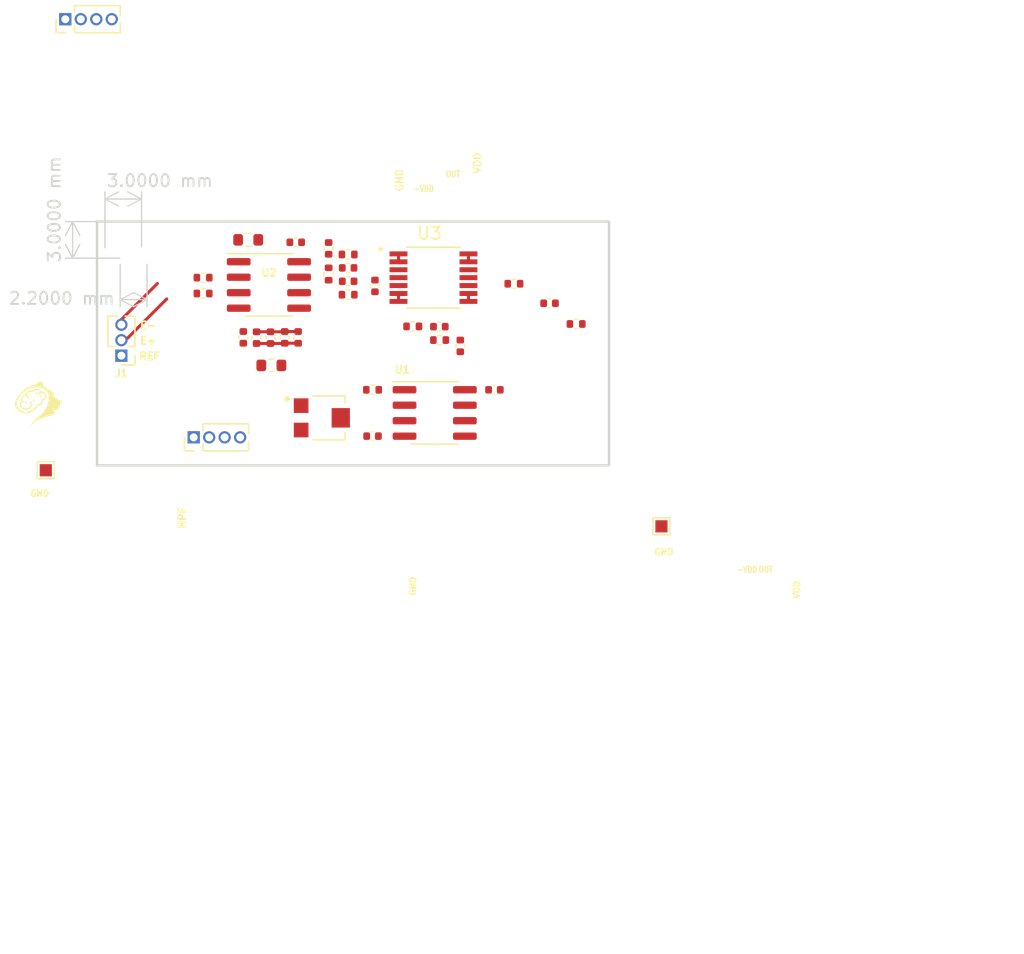
<source format=kicad_pcb>
(kicad_pcb (version 20211014) (generator pcbnew)
  (layers (0 "F.Cu" signal) (31 "B.Cu" signal) (34 "B.Paste" user) (35 "F.Paste" user) (36 "B.SilkS" user "B.Silkscreen") (37 "F.SilkS" user "F.Silkscreen") (38 "B.Mask" user) (39 "F.Mask" user) (44 "Edge.Cuts" user))
  (net 0 "")
  (net 1 "GND")
  (net 2 "VDD")
  (net 3 "SK11")
  (net 4 "SK01")
  (net 5 "SK00")
  (net 6 "-VDD")
  (net 7 "LPF_OUT")
  (net 8 "/HPF_IN")
  (net 9 "HPF_OUT")
  (net 10 "NOTCH_IN")
  (net 11 "Net-(C13-Pad2)")
  (net 12 "Net-(C14-Pad2)")
  (net 13 "NOTCH_OUT")
  (net 14 "E+")
  (net 15 "E-")
  (net 16 "AOUT")
  (net 17 "/IA_IN-")
  (net 18 "/IA_IN+")
  (net 19 "Net-(R5-Pad1)")
  (net 20 "Net-(R5-Pad2)")
  (net 21 "Net-(R7-Pad1)")
  (net 22 "Net-(R7-Pad2)")
  (net 23 "/AMP_OUT")
  (net 24 "AMP_IN")
  (footprint "LOGO" (layer "F.Cu") (at -4.8 15)
    (fp_text reference "G***" hide)
    (fp_text value "LOGO" hide)
  )
  (footprint "Capacitor_SMD:C_0402_1005Metric" (layer "F.Cu") (at 37.12 6.7)
    (fp_text reference "C11" hide)
    (fp_text value "0.1uF")
    (pad "1" smd roundrect locked (at -0.48 0) (size 0.56 0.62) (layers "F.Cu" "F.Paste" "F.Mask") (net 6 "-VDD"))
    (pad "2" smd roundrect locked (at 0.48 0) (size 0.56 0.62) (layers "F.Cu" "F.Paste" "F.Mask") (net 1 "GND"))
  )
  (footprint "TestPoint:TestPoint_Pad_1.0x1.0mm" (layer "F.Cu") (at -4.2 20.4)
    (fp_text reference "TP2" hide)
    (fp_text value "TestPoint")
    (pad "1" smd rect locked (at 0 0) (size 1 1) (layers "F.Cu" "F.Mask") (net 1 "GND"))
  )
  (footprint "Resistor_SMD:R_0402_1005Metric" (layer "F.Cu") (at 28.1 9.72 180)
    (fp_text reference "R4" hide)
    (fp_text value "75R")
    (pad "1" smd roundrect locked (at -0.51 0 180) (size 0.54 0.64) (layers "F.Cu" "F.Paste" "F.Mask") (net 3 "SK11"))
    (pad "2" smd roundrect locked (at 0.51 0 180) (size 0.54 0.64) (layers "F.Cu" "F.Paste" "F.Mask") (net 4 "SK01"))
  )
  (footprint "Capacitor_SMD:C_0402_1005Metric" (layer "F.Cu") (at 12 9.5 90)
    (fp_text reference "C5" hide)
    (fp_text value "0.1uF")
    (pad "1" smd roundrect locked (at -0.48 0 90) (size 0.56 0.62) (layers "F.Cu" "F.Paste" "F.Mask") (net 1 "GND"))
    (pad "2" smd roundrect locked (at 0.48 0 90) (size 0.56 0.62) (layers "F.Cu" "F.Paste" "F.Mask") (net 6 "-VDD"))
  )
  (footprint "AD8619ARUZ-REEL:SOP65P640X120-14N" (layer "F.Cu") (at 27.6 4.6)
    (fp_text reference "U3" (at -0.325 -3.635) (layer "F.SilkS"))
    (fp_text value "AD8619ARUZ-REEL")
    (pad "1" smd roundrect locked (at -2.87 -1.95) (size 1.47 0.41) (layers "F.Cu" "F.Paste" "F.Mask") (roundrect_rratio 0.05) (net 10 "NOTCH_IN"))
    (pad "2" smd roundrect locked (at -2.87 -1.3) (size 1.47 0.41) (layers "F.Cu" "F.Paste" "F.Mask") (roundrect_rratio 0.05) (net 10 "NOTCH_IN"))
    (pad "3" smd roundrect locked (at -2.87 -0.65) (size 1.47 0.41) (layers "F.Cu" "F.Paste" "F.Mask") (roundrect_rratio 0.05) (net 9 "HPF_OUT"))
    (pad "4" smd roundrect locked (at -2.87 0) (size 1.47 0.41) (layers "F.Cu" "F.Paste" "F.Mask") (roundrect_rratio 0.05) (net 2 "VDD"))
    (pad "5" smd roundrect locked (at -2.87 0.65) (size 1.47 0.41) (layers "F.Cu" "F.Paste" "F.Mask") (roundrect_rratio 0.05) (net 13 "NOTCH_OUT"))
    (pad "6" smd roundrect locked (at -2.87 1.3) (size 1.47 0.41) (layers "F.Cu" "F.Paste" "F.Mask") (roundrect_rratio 0.05) (net 5 "SK00"))
    (pad "7" smd roundrect locked (at -2.87 1.95) (size 1.47 0.41) (layers "F.Cu" "F.Paste" "F.Mask") (roundrect_rratio 0.05) (net 5 "SK00"))
    (pad "8" smd roundrect locked (at 2.87 1.95) (size 1.47 0.41) (layers "F.Cu" "F.Paste" "F.Mask") (roundrect_rratio 0.05) (net 7 "LPF_OUT"))
    (pad "9" smd roundrect locked (at 2.87 1.3) (size 1.47 0.41) (layers "F.Cu" "F.Paste" "F.Mask") (roundrect_rratio 0.05) (net 7 "LPF_OUT"))
    (pad "10" smd roundrect locked (at 2.87 0.65) (size 1.47 0.41) (layers "F.Cu" "F.Paste" "F.Mask") (roundrect_rratio 0.05) (net 3 "SK11"))
    (pad "11" smd roundrect locked (at 2.87 0) (size 1.47 0.41) (layers "F.Cu" "F.Paste" "F.Mask") (roundrect_rratio 0.05) (net 6 "-VDD"))
    (pad "12" smd roundrect locked (at 2.87 -0.65) (size 1.47 0.41) (layers "F.Cu" "F.Paste" "F.Mask") (roundrect_rratio 0.05) (net 7 "LPF_OUT"))
    (pad "13" smd roundrect locked (at 2.87 -1.3) (size 1.47 0.41) (layers "F.Cu" "F.Paste" "F.Mask") (roundrect_rratio 0.05) (net 24 "AMP_IN"))
    (pad "14" smd roundrect locked (at 2.87 -1.95) (size 1.47 0.41) (layers "F.Cu" "F.Paste" "F.Mask") (roundrect_rratio 0.05) (net 24 "AMP_IN"))
  )
  (footprint "MountingHole:MountingHole_2.2mm_M2" (layer "F.Cu") (at 8 10)
    (fp_text reference "H1" hide)
    (fp_text value "MountingHole")
    (pad "" np_thru_hole circle locked (at 0 0) (size 2.2 2.2) (drill 2.2) (layers *.Cu *.Mask))
  )
  (footprint "Resistor_SMD:R_0603_1608Metric" (layer "F.Cu") (at 12.4 1.5)
    (fp_text reference "R5" hide)
    (fp_text value "2k2")
    (pad "1" smd roundrect locked (at -0.825 0) (size 0.8 0.95) (layers "F.Cu" "F.Paste" "F.Mask") (net 19 "Net-(R5-Pad1)"))
    (pad "2" smd roundrect locked (at 0.825 0) (size 0.8 0.95) (layers "F.Cu" "F.Paste" "F.Mask") (net 20 "Net-(R5-Pad2)"))
  )
  (footprint "Capacitor_SMD:C_0402_1005Metric" (layer "F.Cu") (at 22.6 17.6)
    (fp_text reference "C2" hide)
    (fp_text value "0.1uF")
    (pad "1" smd roundrect locked (at -0.48 0) (size 0.56 0.62) (layers "F.Cu" "F.Paste" "F.Mask") (net 1 "GND"))
    (pad "2" smd roundrect locked (at 0.48 0) (size 0.56 0.62) (layers "F.Cu" "F.Paste" "F.Mask") (net 6 "-VDD"))
  )
  (footprint "Resistor_SMD:R_0402_1005Metric" (layer "F.Cu") (at 20.6 2.7)
    (fp_text reference "R10" hide)
    (fp_text value "2k7")
    (pad "1" smd roundrect locked (at -0.51 0) (size 0.54 0.64) (layers "F.Cu" "F.Paste" "F.Mask") (net 12 "Net-(C14-Pad2)"))
    (pad "2" smd roundrect locked (at 0.51 0) (size 0.54 0.64) (layers "F.Cu" "F.Paste" "F.Mask") (net 10 "NOTCH_IN"))
  )
  (footprint "Resistor_SMD:R_0402_1005Metric" (layer "F.Cu") (at 34.2 5.1 180)
    (fp_text reference "R9" hide)
    (fp_text value "1k")
    (pad "1" smd roundrect locked (at -0.51 0 180) (size 0.54 0.64) (layers "F.Cu" "F.Paste" "F.Mask") (net 16 "AOUT"))
    (pad "2" smd roundrect locked (at 0.51 0 180) (size 0.54 0.64) (layers "F.Cu" "F.Paste" "F.Mask") (net 23 "/AMP_OUT"))
  )
  (footprint "Capacitor_SMD:C_0402_1005Metric" (layer "F.Cu") (at 15.4 9.5 -90)
    (fp_text reference "C9" hide)
    (fp_text value "10uF")
    (pad "1" smd roundrect locked (at -0.48 0 270) (size 0.56 0.62) (layers "F.Cu" "F.Paste" "F.Mask") (net 8 "/HPF_IN"))
    (pad "2" smd roundrect locked (at 0.48 0 270) (size 0.56 0.62) (layers "F.Cu" "F.Paste" "F.Mask") (net 9 "HPF_OUT"))
  )
  (footprint "MountingHole:MountingHole_2.2mm_M2" (layer "F.Cu") (at 39 17)
    (fp_text reference "H2" hide)
    (fp_text value "MountingHole")
    (pad "" np_thru_hole circle locked (at 0 0) (size 2.2 2.2) (drill 2.2) (layers *.Cu *.Mask))
  )
  (footprint "Capacitor_SMD:C_0402_1005Metric" (layer "F.Cu") (at 14.2285 9.52 -90)
    (fp_text reference "C7" hide)
    (fp_text value "10uF")
    (pad "1" smd roundrect locked (at -0.48 0 270) (size 0.56 0.62) (layers "F.Cu" "F.Paste" "F.Mask") (net 8 "/HPF_IN"))
    (pad "2" smd roundrect locked (at 0.48 0 270) (size 0.56 0.62) (layers "F.Cu" "F.Paste" "F.Mask") (net 9 "HPF_OUT"))
  )
  (footprint "Connector_PinHeader_1.27mm:PinHeader_1x04_P1.27mm_Vertical" (layer "F.Cu") (at -2.6 -16.6 90)
    (fp_text reference "J2" hide)
    (fp_text value "Conn_01x04_Female" hide)
    (pad "1" thru_hole rect locked (at 0 0 90) (size 1 1) (drill 0.65) (layers *.Cu *.Mask) (net 1 "GND"))
    (pad "2" thru_hole oval locked (at 0 1.27 90) (size 1 1) (drill 0.65) (layers *.Cu *.Mask) (net 6 "-VDD"))
    (pad "3" thru_hole oval locked (at 0 2.54 90) (size 1 1) (drill 0.65) (layers *.Cu *.Mask) (net 16 "AOUT"))
    (pad "4" thru_hole oval locked (at 0 3.81 90) (size 1 1) (drill 0.65) (layers *.Cu *.Mask) (net 2 "VDD"))
  )
  (footprint "Capacitor_SMD:C_0402_1005Metric" (layer "F.Cu") (at 32.6 13.8 180)
    (fp_text reference "C1" hide)
    (fp_text value "0.1uF")
    (pad "1" smd roundrect locked (at -0.48 0 180) (size 0.56 0.62) (layers "F.Cu" "F.Paste" "F.Mask") (net 1 "GND"))
    (pad "2" smd roundrect locked (at 0.48 0 180) (size 0.56 0.62) (layers "F.Cu" "F.Paste" "F.Mask") (net 2 "VDD"))
  )
  (footprint "Package_SO:SOIC-8_3.9x4.9mm_P1.27mm" (layer "F.Cu") (at 14.1 5.2)
    (fp_text reference "U2" (at 0 -1) (layer "F.SilkS") (effects (font (size 0.6 0.6))))
    (fp_text value "AD620")
    (pad "1" smd roundrect locked (at -2.475 -1.905) (size 1.95 0.6) (layers "F.Cu" "F.Paste" "F.Mask") (net 19 "Net-(R5-Pad1)"))
    (pad "2" smd roundrect locked (at -2.475 -0.635) (size 1.95 0.6) (layers "F.Cu" "F.Paste" "F.Mask") (net 17 "/IA_IN-"))
    (pad "3" smd roundrect locked (at -2.475 0.635) (size 1.95 0.6) (layers "F.Cu" "F.Paste" "F.Mask") (net 18 "/IA_IN+"))
    (pad "4" smd roundrect locked (at -2.475 1.905) (size 1.95 0.6) (layers "F.Cu" "F.Paste" "F.Mask") (net 6 "-VDD"))
    (pad "5" smd roundrect locked (at 2.475 1.905) (size 1.95 0.6) (layers "F.Cu" "F.Paste" "F.Mask") (net 1 "GND"))
    (pad "6" smd roundrect locked (at 2.475 0.635) (size 1.95 0.6) (layers "F.Cu" "F.Paste" "F.Mask") (net 8 "/HPF_IN"))
    (pad "7" smd roundrect locked (at 2.475 -0.635) (size 1.95 0.6) (layers "F.Cu" "F.Paste" "F.Mask") (net 2 "VDD"))
    (pad "8" smd roundrect locked (at 2.475 -1.905) (size 1.95 0.6) (layers "F.Cu" "F.Paste" "F.Mask") (net 20 "Net-(R5-Pad2)"))
  )
  (footprint "MountingHole:MountingHole_2.2mm_M2" (layer "F.Cu") (at 34 10)
    (fp_text reference "H1" hide)
    (fp_text value "MountingHole")
    (pad "" np_thru_hole circle locked (at 0 0) (size 2.2 2.2) (drill 2.2) (layers *.Cu *.Mask))
  )
  (footprint "MountingHole:MountingHole_2.2mm_M2" (layer "F.Cu") (at 21 10)
    (fp_text reference "H1" hide)
    (fp_text value "MountingHole")
    (pad "" np_thru_hole circle locked (at 0 0) (size 2.2 2.2) (drill 2.2) (layers *.Cu *.Mask))
  )
  (footprint "Resistor_SMD:R_0402_1005Metric" (layer "F.Cu") (at 20.6 6 180)
    (fp_text reference "R13" hide)
    (fp_text value "2k7")
    (pad "1" smd roundrect locked (at -0.51 0 180) (size 0.54 0.64) (layers "F.Cu" "F.Paste" "F.Mask") (net 13 "NOTCH_OUT"))
    (pad "2" smd roundrect locked (at 0.51 0 180) (size 0.54 0.64) (layers "F.Cu" "F.Paste" "F.Mask") (net 12 "Net-(C14-Pad2)"))
  )
  (footprint "Resistor_SMD:R_0402_1005Metric" (layer "F.Cu") (at 19 4.3 90)
    (fp_text reference "R12" hide)
    (fp_text value "1k3")
    (pad "1" smd roundrect locked (at -0.51 0 90) (size 0.54 0.64) (layers "F.Cu" "F.Paste" "F.Mask") (net 11 "Net-(C13-Pad2)"))
    (pad "2" smd roundrect locked (at 0.51 0 90) (size 0.54 0.64) (layers "F.Cu" "F.Paste" "F.Mask") (net 1 "GND"))
  )
  (footprint "MountingHole:MountingHole_2.2mm_M2" (layer "F.Cu") (at 3 17)
    (fp_text reference "H4" hide)
    (fp_text value "MountingHole")
    (pad "" np_thru_hole circle locked (at 0 0) (size 2.2 2.2) (drill 2.2) (layers *.Cu *.Mask))
  )
  (footprint "Capacitor_SMD:C_0402_1005Metric" (layer "F.Cu") (at 20.6 3.8 180)
    (fp_text reference "C13" hide)
    (fp_text value "1uF")
    (pad "1" smd roundrect locked (at -0.48 0 180) (size 0.56 0.62) (layers "F.Cu" "F.Paste" "F.Mask") (net 10 "NOTCH_IN"))
    (pad "2" smd roundrect locked (at 0.48 0 180) (size 0.56 0.62) (layers "F.Cu" "F.Paste" "F.Mask") (net 11 "Net-(C13-Pad2)"))
  )
  (footprint "Capacitor_SMD:C_0402_1005Metric" (layer "F.Cu") (at 22.8 5.28 90)
    (fp_text reference "C12" hide)
    (fp_text value "0.1uF")
    (pad "1" smd roundrect locked (at -0.48 0 90) (size 0.56 0.62) (layers "F.Cu" "F.Paste" "F.Mask") (net 1 "GND"))
    (pad "2" smd roundrect locked (at 0.48 0 90) (size 0.56 0.62) (layers "F.Cu" "F.Paste" "F.Mask") (net 2 "VDD"))
  )
  (footprint "Capacitor_SMD:C_0402_1005Metric" (layer "F.Cu") (at 20.6 4.9)
    (fp_text reference "C15" hide)
    (fp_text value "1uF")
    (pad "1" smd roundrect locked (at -0.48 0) (size 0.56 0.62) (layers "F.Cu" "F.Paste" "F.Mask") (net 11 "Net-(C13-Pad2)"))
    (pad "2" smd roundrect locked (at 0.48 0) (size 0.56 0.62) (layers "F.Cu" "F.Paste" "F.Mask") (net 13 "NOTCH_OUT"))
  )
  (footprint "Connector_PinHeader_1.27mm:PinHeader_1x03_P1.27mm_Vertical" (layer "F.Cu") (at 2 11 180)
    (fp_text reference "J1" (at 0 -1.446 180) (layer "F.SilkS") (effects (font (size 0.6 0.6))))
    (fp_text value "Conn_01x03")
    (pad "1" thru_hole rect locked (at 0 0 180) (size 1 1) (drill 0.65) (layers *.Cu *.Mask) (net 1 "GND"))
    (pad "2" thru_hole oval locked (at 0 1.27 180) (size 1 1) (drill 0.65) (layers *.Cu *.Mask) (net 14 "E+"))
    (pad "3" thru_hole oval locked (at 0 2.54 180) (size 1 1) (drill 0.65) (layers *.Cu *.Mask) (net 15 "E-"))
  )
  (footprint "Resistor_SMD:R_0402_1005Metric" (layer "F.Cu") (at 39.3 8.4)
    (fp_text reference "R11" hide)
    (fp_text value "1k")
    (pad "1" smd roundrect locked (at -0.51 0) (size 0.54 0.64) (layers "F.Cu" "F.Paste" "F.Mask") (net 16 "AOUT"))
    (pad "2" smd roundrect locked (at 0.51 0) (size 0.54 0.64) (layers "F.Cu" "F.Paste" "F.Mask") (net 2 "VDD"))
  )
  (footprint "Resistor_SMD:R_0402_1005Metric" (layer "F.Cu") (at 8.7 4.6)
    (fp_text reference "R1" hide)
    (fp_text value "220k")
    (pad "1" smd roundrect locked (at -0.51 0) (size 0.54 0.64) (layers "F.Cu" "F.Paste" "F.Mask") (net 15 "E-"))
    (pad "2" smd roundrect locked (at 0.51 0) (size 0.54 0.64) (layers "F.Cu" "F.Paste" "F.Mask") (net 17 "/IA_IN-"))
  )
  (footprint "Resistor_SMD:R_0402_1005Metric" (layer "F.Cu") (at 8.7 5.9)
    (fp_text reference "R2" hide)
    (fp_text value "220k")
    (pad "1" smd roundrect locked (at -0.51 0) (size 0.54 0.64) (layers "F.Cu" "F.Paste" "F.Mask") (net 14 "E+"))
    (pad "2" smd roundrect locked (at 0.51 0) (size 0.54 0.64) (layers "F.Cu" "F.Paste" "F.Mask") (net 18 "/IA_IN+"))
  )
  (footprint "TestPoint:TestPoint_Pad_1.0x1.0mm" (layer "F.Cu") (at 46.3 25)
    (fp_text reference "TP1" hide)
    (fp_text value "TestPoint")
    (pad "1" smd rect locked (at 0 0) (size 1 1) (layers "F.Cu" "F.Mask") (net 1 "GND"))
  )
  (footprint "Package_SO:SOIC-8_3.9x4.9mm_P1.27mm" (layer "F.Cu") (at 27.7 15.7)
    (fp_text reference "U1" (at -2.667 -3.556) (layer "F.SilkS") (effects (font (size 0.6 0.6))))
    (fp_text value "LMC6482")
    (pad "1" smd roundrect locked (at -2.475 -1.905) (size 1.95 0.6) (layers "F.Cu" "F.Paste" "F.Mask") (net 23 "/AMP_OUT"))
    (pad "2" smd roundrect locked (at -2.475 -0.635) (size 1.95 0.6) (layers "F.Cu" "F.Paste" "F.Mask") (net 21 "Net-(R7-Pad1)"))
    (pad "3" smd roundrect locked (at -2.475 0.635) (size 1.95 0.6) (layers "F.Cu" "F.Paste" "F.Mask") (net 24 "AMP_IN"))
    (pad "4" smd roundrect locked (at -2.475 1.905) (size 1.95 0.6) (layers "F.Cu" "F.Paste" "F.Mask") (net 6 "-VDD"))
    (pad "5" smd roundrect locked (at 2.475 1.905) (size 1.95 0.6) (layers "F.Cu" "F.Paste" "F.Mask"))
    (pad "6" smd roundrect locked (at 2.475 0.635) (size 1.95 0.6) (layers "F.Cu" "F.Paste" "F.Mask"))
    (pad "7" smd roundrect locked (at 2.475 -0.635) (size 1.95 0.6) (layers "F.Cu" "F.Paste" "F.Mask"))
    (pad "8" smd roundrect locked (at 2.475 -1.905) (size 1.95 0.6) (layers "F.Cu" "F.Paste" "F.Mask") (net 2 "VDD"))
  )
  (footprint "MountingHole:MountingHole_2.2mm_M2" (layer "F.Cu") (at 3 3)
    (fp_text reference "H1" hide)
    (fp_text value "MountingHole")
    (pad "" np_thru_hole circle locked (at 0 0) (size 2.2 2.2) (drill 2.2) (layers *.Cu *.Mask))
  )
  (footprint "Connector_PinHeader_1.27mm:PinHeader_1x04_P1.27mm_Vertical" (layer "F.Cu") (at 7.93 17.7 90)
    (fp_text reference "J3" hide)
    (fp_text value "Conn_01x04_Female" hide)
    (pad "1" thru_hole rect locked (at 0 0 90) (size 1 1) (drill 0.65) (layers *.Cu *.Mask) (net 1 "GND"))
    (pad "2" thru_hole oval locked (at 0 1.27 90) (size 1 1) (drill 0.65) (layers *.Cu *.Mask) (net 6 "-VDD"))
    (pad "3" thru_hole oval locked (at 0 2.54 90) (size 1 1) (drill 0.65) (layers *.Cu *.Mask) (net 16 "AOUT"))
    (pad "4" thru_hole oval locked (at 0 3.81 90) (size 1 1) (drill 0.65) (layers *.Cu *.Mask) (net 2 "VDD"))
  )
  (footprint "Resistor_SMD:R_0402_1005Metric" (layer "F.Cu") (at 25.9 8.6 180)
    (fp_text reference "R3" hide)
    (fp_text value "75R")
    (pad "1" smd roundrect locked (at -0.51 0 180) (size 0.54 0.64) (layers "F.Cu" "F.Paste" "F.Mask") (net 4 "SK01"))
    (pad "2" smd roundrect locked (at 0.51 0 180) (size 0.54 0.64) (layers "F.Cu" "F.Paste" "F.Mask") (net 5 "SK00"))
  )
  (footprint "TC33X-2-103E:TRIM_TC33X-2-103E" (layer "F.Cu") (at 18.544665 16.1)
    (fp_text reference "R7" hide)
    (fp_text value "TC33X-2-103E")
    (pad "1" smd rect locked (at -1.8 -1) (size 1.2 1.2) (layers "F.Cu" "F.Paste" "F.Mask") (net 21 "Net-(R7-Pad1)"))
    (pad "2" smd rect locked (at 1.45 0 270) (size 1.6 1.5) (layers "F.Cu" "F.Paste" "F.Mask") (net 22 "Net-(R7-Pad2)"))
    (pad "3" smd rect locked (at -1.8 1) (size 1.2 1.2) (layers "F.Cu" "F.Paste" "F.Mask") (net 1 "GND"))
  )
  (footprint "Capacitor_SMD:C_0402_1005Metric" (layer "F.Cu") (at 19 2.2 -90)
    (fp_text reference "C14" hide)
    (fp_text value "2uF")
    (pad "1" smd roundrect locked (at -0.48 0 270) (size 0.56 0.62) (layers "F.Cu" "F.Paste" "F.Mask") (net 1 "GND"))
    (pad "2" smd roundrect locked (at 0.48 0 270) (size 0.56 0.62) (layers "F.Cu" "F.Paste" "F.Mask") (net 12 "Net-(C14-Pad2)"))
  )
  (footprint "Capacitor_SMD:C_0402_1005Metric" (layer "F.Cu") (at 13.0855 9.52 -90)
    (fp_text reference "C8" hide)
    (fp_text value "10uF")
    (pad "1" smd roundrect locked (at -0.48 0 270) (size 0.56 0.62) (layers "F.Cu" "F.Paste" "F.Mask") (net 8 "/HPF_IN"))
    (pad "2" smd roundrect locked (at 0.48 0 270) (size 0.56 0.62) (layers "F.Cu" "F.Paste" "F.Mask") (net 9 "HPF_OUT"))
  )
  (footprint "Capacitor_SMD:C_0402_1005Metric" (layer "F.Cu") (at 28.08 8.62)
    (fp_text reference "C4" hide)
    (fp_text value "10uF")
    (pad "1" smd roundrect locked (at -0.48 0) (size 0.56 0.62) (layers "F.Cu" "F.Paste" "F.Mask") (net 4 "SK01"))
    (pad "2" smd roundrect locked (at 0.48 0) (size 0.56 0.62) (layers "F.Cu" "F.Paste" "F.Mask") (net 7 "LPF_OUT"))
  )
  (footprint "Capacitor_SMD:C_0402_1005Metric" (layer "F.Cu") (at 29.8 10.2 90)
    (fp_text reference "C3" hide)
    (fp_text value "10uF")
    (pad "1" smd roundrect locked (at -0.48 0 90) (size 0.56 0.62) (layers "F.Cu" "F.Paste" "F.Mask") (net 1 "GND"))
    (pad "2" smd roundrect locked (at 0.48 0 90) (size 0.56 0.62) (layers "F.Cu" "F.Paste" "F.Mask") (net 3 "SK11"))
  )
  (footprint "Resistor_SMD:R_0402_1005Metric" (layer "F.Cu") (at 22.6 13.8 180)
    (fp_text reference "R8" hide)
    (fp_text value "100k")
    (pad "1" smd roundrect locked (at -0.51 0 180) (size 0.54 0.64) (layers "F.Cu" "F.Paste" "F.Mask") (net 23 "/AMP_OUT"))
    (pad "2" smd roundrect locked (at 0.51 0 180) (size 0.54 0.64) (layers "F.Cu" "F.Paste" "F.Mask") (net 22 "Net-(R7-Pad2)"))
  )
  (footprint "Capacitor_SMD:C_0402_1005Metric" (layer "F.Cu") (at 16.3 1.7 180)
    (fp_text reference "C6" hide)
    (fp_text value "0.1uF")
    (pad "1" smd roundrect locked (at -0.48 0 180) (size 0.56 0.62) (layers "F.Cu" "F.Paste" "F.Mask") (net 1 "GND"))
    (pad "2" smd roundrect locked (at 0.48 0 180) (size 0.56 0.62) (layers "F.Cu" "F.Paste" "F.Mask") (net 2 "VDD"))
  )
  (footprint "Capacitor_SMD:C_0402_1005Metric" (layer "F.Cu") (at 16.5 9.5 -90)
    (fp_text reference "C10" hide)
    (fp_text value "10uF")
    (pad "1" smd roundrect locked (at -0.48 0 270) (size 0.56 0.62) (layers "F.Cu" "F.Paste" "F.Mask") (net 8 "/HPF_IN"))
    (pad "2" smd roundrect locked (at 0.48 0 270) (size 0.56 0.62) (layers "F.Cu" "F.Paste" "F.Mask") (net 9 "HPF_OUT"))
  )
  (footprint "Resistor_SMD:R_0603_1608Metric" (layer "F.Cu") (at 14.3 11.8)
    (fp_text reference "R6" hide)
    (fp_text value "75k")
    (pad "1" smd roundrect locked (at -0.825 0) (size 0.8 0.95) (layers "F.Cu" "F.Paste" "F.Mask") (net 9 "HPF_OUT"))
    (pad "2" smd roundrect locked (at 0.825 0) (size 0.8 0.95) (layers "F.Cu" "F.Paste" "F.Mask") (net 1 "GND"))
  )
  (footprint "MountingHole:MountingHole_2.2mm_M2" (layer "F.Cu") (at 39 3)
    (fp_text reference "H3" hide)
    (fp_text value "MountingHole")
    (pad "" np_thru_hole circle locked (at 0 0) (size 2.2 2.2) (drill 2.2) (layers *.Cu *.Mask))
  )
  (gr_rect (start 0 0) (end 42 20) (layer "Edge.Cuts") (width 0.2) (fill none))
  (gr_text "GND" (at 46.5 27.1) (layer "F.SilkS") (effects (font (size 0.5 0.5) (thickness 0.125))))
  (gr_text "HPF" (at 7 24.3 90) (layer "F.SilkS") (effects (font (size 0.6 0.6))))
  (gr_text "GND" (at 24.8 -3.4 90) (layer "F.SilkS") (effects (font (size 0.6 0.6) (thickness 0.125))))
  (gr_text "-VDD" (at 26.8 -2.7) (layer "F.SilkS") (effects (font (size 0.5 0.4) (thickness 0.1))))
  (gr_text "OUT" (at 29.2 -3.9) (layer "F.SilkS") (effects (font (size 0.5 0.4) (thickness 0.1))))
  (gr_text "E+" (at 4.191 9.779) (layer "F.SilkS") (effects (font (size 0.6 0.6))))
  (gr_text "GND" (at -4.7 22.3) (layer "F.SilkS") (effects (font (size 0.5 0.5) (thickness 0.125))))
  (gr_text "VDD" (at 31.2 -4.8 90) (layer "F.SilkS") (effects (font (size 0.6 0.6) (thickness 0.125))))
  (gr_text "OUT" (at 54.86 28.549) (layer "F.SilkS") (effects (font (size 0.5 0.4) (thickness 0.1))))
  (gr_text "GND" (at 25.9 29.9 90) (layer "F.SilkS") (effects (font (size 0.5 0.5) (thickness 0.125))))
  (gr_text "E-" (at 4.191 8.509) (layer "F.SilkS") (effects (font (size 0.6 0.6))))
  (gr_text "REF" (at 4.318 11.049) (layer "F.SilkS") (effects (font (size 0.6 0.6))))
  (gr_text "-VDD" (at 53.336 28.549) (layer "F.SilkS") (effects (font (size 0.5 0.4) (thickness 0.1))))
  (gr_text "VDD" (at 57.4 30.2 90) (layer "F.SilkS") (effects (font (size 0.5 0.5) (thickness 0.125))))
  (dimension (type aligned) (layer "Edge.Cuts") (pts (xy 1.9 3) (xy 4.1 3)) (height 3.4) (gr_text "2.2000 mm" (at -2.9 6.3) (layer "Edge.Cuts") (effects (font (size 1 1) (thickness 0.15)))) (format (units 3) (units_format 1) (precision 4)) (style (thickness 0.1) (arrow_length 1.27) (text_position_mode 2) (extension_height 0.58642) (extension_offset 0.5) keep_text_aligned))
  (dimension (type aligned) (layer "Edge.Cuts") (pts (xy 3 3) (xy 3 0)) (height -5) (gr_text "3.0000 mm" (at -3.5 -1 90) (layer "Edge.Cuts") (effects (font (size 1 1) (thickness 0.15)))) (format (units 3) (units_format 1) (precision 4)) (style (thickness 0.1) (arrow_length 1.27) (text_position_mode 2) (extension_height 0.58642) (extension_offset 0.5) keep_text_aligned))
  (dimension (type aligned) (layer "Edge.Cuts") (pts (xy 3.6515 2.649999) (xy 0.6515 2.649999)) (height 4.499999) (gr_text "3.0000 mm" (at 5.1515 -3.35) (layer "Edge.Cuts") (effects (font (size 1 1) (thickness 0.15)))) (format (units 3) (units_format 1) (precision 4)) (style (thickness 0.1) (arrow_length 1.27) (text_position_mode 2) (extension_height 0.58642) (extension_offset 0.5) keep_text_aligned))
  (segment (start 2 11) (end 2.049 11.049) (width 0.2032) (layer "F.Cu") (net 1))
  (segment (start 24.73 6.55) (end 24.73 5.9) (width 0.25) (layer "F.Cu") (net 5))
  (segment (start 30.47 5.9) (end 30.47 6.55) (width 0.25) (layer "F.Cu") (net 7))
  (segment (start 14.2285 9.04) (end 15.38 9.04) (width 0.25) (layer "F.Cu") (net 8))
  (segment (start 14.2285 9.04) (end 13.0855 9.04) (width 0.25) (layer "F.Cu") (net 8))
  (segment (start 15.38 9.04) (end 15.4 9.02) (width 0.25) (layer "F.Cu") (net 8))
  (segment (start 15.4 9.02) (end 16.5 9.02) (width 0.25) (layer "F.Cu") (net 8))
  (segment (start 15.38 10) (end 15.4 9.98) (width 0.25) (layer "F.Cu") (net 9))
  (segment (start 15.4 9.98) (end 16.5 9.98) (width 0.25) (layer "F.Cu") (net 9))
  (segment (start 13.0855 10) (end 14.2285 10) (width 0.25) (layer "F.Cu") (net 9))
  (segment (start 14.2285 10) (end 15.38 10) (width 0.25) (layer "F.Cu") (net 9))
  (segment (start 24.73 2.65) (end 24.73 3.3) (width 0.25) (layer "F.Cu") (net 10))
  (segment (start 5.713 6.352) (end 2.335 9.73) (width 0.254) (layer "F.Cu") (net 14))
  (segment (start 2.335 9.73) (end 2 9.73) (width 0.254) (layer "F.Cu") (net 14))
  (segment (start 5.713 6.35) (end 5.713 6.352) (width 0.254) (layer "F.Cu") (net 14))
  (segment (start 4.953 5.08) (end 2 8.033) (width 0.254) (layer "F.Cu") (net 15))
  (segment (start 2 8.033) (end 2 8.46) (width 0.254) (layer "F.Cu") (net 15))
  (segment (start 30.47 2.65) (end 30.47 3.3) (width 0.25) (layer "F.Cu") (net 24))
)
</source>
